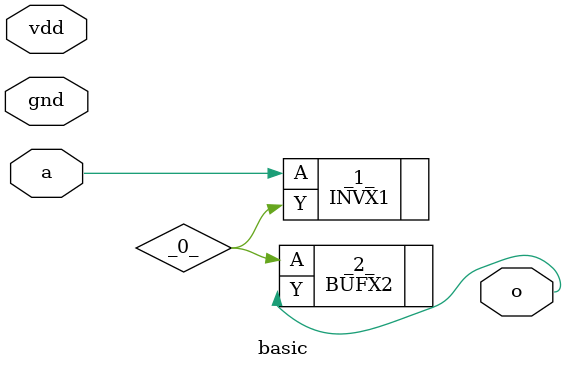
<source format=v>
/* Verilog module written by vlog2Verilog (qflow) */
/* With bit-blasted vectors */
/* With power connections converted to binary 1, 0 */

module basic(
    input a,
    inout gnd,
    output o,
    inout vdd
);

wire a ;
wire o ;
wire _0_ ;

INVX1 _1_ (
    .A(a),
    .Y(_0_)
);

BUFX2 _2_ (
    .A(_0_),
    .Y(o)
);

endmodule

</source>
